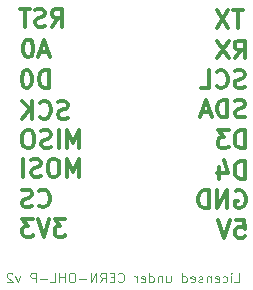
<source format=gbo>
G04 #@! TF.GenerationSoftware,KiCad,Pcbnew,(5.1.9)-1*
G04 #@! TF.CreationDate,2021-07-08T21:32:50+02:00*
G04 #@! TF.ProjectId,OpenThermMonitorTwomes,4f70656e-5468-4657-926d-4d6f6e69746f,rev?*
G04 #@! TF.SameCoordinates,Original*
G04 #@! TF.FileFunction,Legend,Bot*
G04 #@! TF.FilePolarity,Positive*
%FSLAX46Y46*%
G04 Gerber Fmt 4.6, Leading zero omitted, Abs format (unit mm)*
G04 Created by KiCad (PCBNEW (5.1.9)-1) date 2021-07-08 21:32:50*
%MOMM*%
%LPD*%
G01*
G04 APERTURE LIST*
%ADD10C,0.120000*%
%ADD11C,0.300000*%
%ADD12C,0.920000*%
%ADD13C,2.720000*%
%ADD14O,1.920000X1.920000*%
G04 APERTURE END LIST*
D10*
X147604571Y-108057904D02*
X147985523Y-108057904D01*
X147985523Y-107257904D01*
X147337904Y-108057904D02*
X147337904Y-107524571D01*
X147337904Y-107257904D02*
X147376000Y-107296000D01*
X147337904Y-107334095D01*
X147299809Y-107296000D01*
X147337904Y-107257904D01*
X147337904Y-107334095D01*
X146614095Y-108019809D02*
X146690285Y-108057904D01*
X146842666Y-108057904D01*
X146918857Y-108019809D01*
X146956952Y-107981714D01*
X146995047Y-107905523D01*
X146995047Y-107676952D01*
X146956952Y-107600761D01*
X146918857Y-107562666D01*
X146842666Y-107524571D01*
X146690285Y-107524571D01*
X146614095Y-107562666D01*
X145966476Y-108019809D02*
X146042666Y-108057904D01*
X146195047Y-108057904D01*
X146271238Y-108019809D01*
X146309333Y-107943619D01*
X146309333Y-107638857D01*
X146271238Y-107562666D01*
X146195047Y-107524571D01*
X146042666Y-107524571D01*
X145966476Y-107562666D01*
X145928380Y-107638857D01*
X145928380Y-107715047D01*
X146309333Y-107791238D01*
X145585523Y-107524571D02*
X145585523Y-108057904D01*
X145585523Y-107600761D02*
X145547428Y-107562666D01*
X145471238Y-107524571D01*
X145356952Y-107524571D01*
X145280761Y-107562666D01*
X145242666Y-107638857D01*
X145242666Y-108057904D01*
X144899809Y-108019809D02*
X144823619Y-108057904D01*
X144671238Y-108057904D01*
X144595047Y-108019809D01*
X144556952Y-107943619D01*
X144556952Y-107905523D01*
X144595047Y-107829333D01*
X144671238Y-107791238D01*
X144785523Y-107791238D01*
X144861714Y-107753142D01*
X144899809Y-107676952D01*
X144899809Y-107638857D01*
X144861714Y-107562666D01*
X144785523Y-107524571D01*
X144671238Y-107524571D01*
X144595047Y-107562666D01*
X143909333Y-108019809D02*
X143985523Y-108057904D01*
X144137904Y-108057904D01*
X144214095Y-108019809D01*
X144252190Y-107943619D01*
X144252190Y-107638857D01*
X144214095Y-107562666D01*
X144137904Y-107524571D01*
X143985523Y-107524571D01*
X143909333Y-107562666D01*
X143871238Y-107638857D01*
X143871238Y-107715047D01*
X144252190Y-107791238D01*
X143185523Y-108057904D02*
X143185523Y-107257904D01*
X143185523Y-108019809D02*
X143261714Y-108057904D01*
X143414095Y-108057904D01*
X143490285Y-108019809D01*
X143528380Y-107981714D01*
X143566476Y-107905523D01*
X143566476Y-107676952D01*
X143528380Y-107600761D01*
X143490285Y-107562666D01*
X143414095Y-107524571D01*
X143261714Y-107524571D01*
X143185523Y-107562666D01*
X141852190Y-107524571D02*
X141852190Y-108057904D01*
X142195047Y-107524571D02*
X142195047Y-107943619D01*
X142156952Y-108019809D01*
X142080761Y-108057904D01*
X141966476Y-108057904D01*
X141890285Y-108019809D01*
X141852190Y-107981714D01*
X141471238Y-107524571D02*
X141471238Y-108057904D01*
X141471238Y-107600761D02*
X141433142Y-107562666D01*
X141356952Y-107524571D01*
X141242666Y-107524571D01*
X141166476Y-107562666D01*
X141128380Y-107638857D01*
X141128380Y-108057904D01*
X140404571Y-108057904D02*
X140404571Y-107257904D01*
X140404571Y-108019809D02*
X140480761Y-108057904D01*
X140633142Y-108057904D01*
X140709333Y-108019809D01*
X140747428Y-107981714D01*
X140785523Y-107905523D01*
X140785523Y-107676952D01*
X140747428Y-107600761D01*
X140709333Y-107562666D01*
X140633142Y-107524571D01*
X140480761Y-107524571D01*
X140404571Y-107562666D01*
X139718857Y-108019809D02*
X139795047Y-108057904D01*
X139947428Y-108057904D01*
X140023619Y-108019809D01*
X140061714Y-107943619D01*
X140061714Y-107638857D01*
X140023619Y-107562666D01*
X139947428Y-107524571D01*
X139795047Y-107524571D01*
X139718857Y-107562666D01*
X139680761Y-107638857D01*
X139680761Y-107715047D01*
X140061714Y-107791238D01*
X139337904Y-108057904D02*
X139337904Y-107524571D01*
X139337904Y-107676952D02*
X139299809Y-107600761D01*
X139261714Y-107562666D01*
X139185523Y-107524571D01*
X139109333Y-107524571D01*
X137776000Y-107981714D02*
X137814095Y-108019809D01*
X137928380Y-108057904D01*
X138004571Y-108057904D01*
X138118857Y-108019809D01*
X138195047Y-107943619D01*
X138233142Y-107867428D01*
X138271238Y-107715047D01*
X138271238Y-107600761D01*
X138233142Y-107448380D01*
X138195047Y-107372190D01*
X138118857Y-107296000D01*
X138004571Y-107257904D01*
X137928380Y-107257904D01*
X137814095Y-107296000D01*
X137776000Y-107334095D01*
X137433142Y-107638857D02*
X137166476Y-107638857D01*
X137052190Y-108057904D02*
X137433142Y-108057904D01*
X137433142Y-107257904D01*
X137052190Y-107257904D01*
X136252190Y-108057904D02*
X136518857Y-107676952D01*
X136709333Y-108057904D02*
X136709333Y-107257904D01*
X136404571Y-107257904D01*
X136328380Y-107296000D01*
X136290285Y-107334095D01*
X136252190Y-107410285D01*
X136252190Y-107524571D01*
X136290285Y-107600761D01*
X136328380Y-107638857D01*
X136404571Y-107676952D01*
X136709333Y-107676952D01*
X135909333Y-108057904D02*
X135909333Y-107257904D01*
X135452190Y-108057904D01*
X135452190Y-107257904D01*
X135071238Y-107753142D02*
X134461714Y-107753142D01*
X133928380Y-107257904D02*
X133776000Y-107257904D01*
X133699809Y-107296000D01*
X133623619Y-107372190D01*
X133585523Y-107524571D01*
X133585523Y-107791238D01*
X133623619Y-107943619D01*
X133699809Y-108019809D01*
X133776000Y-108057904D01*
X133928380Y-108057904D01*
X134004571Y-108019809D01*
X134080761Y-107943619D01*
X134118857Y-107791238D01*
X134118857Y-107524571D01*
X134080761Y-107372190D01*
X134004571Y-107296000D01*
X133928380Y-107257904D01*
X133242666Y-108057904D02*
X133242666Y-107257904D01*
X133242666Y-107638857D02*
X132785523Y-107638857D01*
X132785523Y-108057904D02*
X132785523Y-107257904D01*
X132023619Y-108057904D02*
X132404571Y-108057904D01*
X132404571Y-107257904D01*
X131756952Y-107753142D02*
X131147428Y-107753142D01*
X130766476Y-108057904D02*
X130766476Y-107257904D01*
X130461714Y-107257904D01*
X130385523Y-107296000D01*
X130347428Y-107334095D01*
X130309333Y-107410285D01*
X130309333Y-107524571D01*
X130347428Y-107600761D01*
X130385523Y-107638857D01*
X130461714Y-107676952D01*
X130766476Y-107676952D01*
X129433142Y-107524571D02*
X129242666Y-108057904D01*
X129052190Y-107524571D01*
X128785523Y-107334095D02*
X128747428Y-107296000D01*
X128671238Y-107257904D01*
X128480761Y-107257904D01*
X128404571Y-107296000D01*
X128366476Y-107334095D01*
X128328380Y-107410285D01*
X128328380Y-107486476D01*
X128366476Y-107600761D01*
X128823619Y-108057904D01*
X128328380Y-108057904D01*
D11*
X133302142Y-102697571D02*
X132373571Y-102697571D01*
X132873571Y-103269000D01*
X132659285Y-103269000D01*
X132516428Y-103340428D01*
X132445000Y-103411857D01*
X132373571Y-103554714D01*
X132373571Y-103911857D01*
X132445000Y-104054714D01*
X132516428Y-104126142D01*
X132659285Y-104197571D01*
X133087857Y-104197571D01*
X133230714Y-104126142D01*
X133302142Y-104054714D01*
X131945000Y-102697571D02*
X131445000Y-104197571D01*
X130945000Y-102697571D01*
X130587857Y-102697571D02*
X129659285Y-102697571D01*
X130159285Y-103269000D01*
X129945000Y-103269000D01*
X129802142Y-103340428D01*
X129730714Y-103411857D01*
X129659285Y-103554714D01*
X129659285Y-103911857D01*
X129730714Y-104054714D01*
X129802142Y-104126142D01*
X129945000Y-104197571D01*
X130373571Y-104197571D01*
X130516428Y-104126142D01*
X130587857Y-104054714D01*
X131032000Y-101554714D02*
X131103428Y-101626142D01*
X131317714Y-101697571D01*
X131460571Y-101697571D01*
X131674857Y-101626142D01*
X131817714Y-101483285D01*
X131889142Y-101340428D01*
X131960571Y-101054714D01*
X131960571Y-100840428D01*
X131889142Y-100554714D01*
X131817714Y-100411857D01*
X131674857Y-100269000D01*
X131460571Y-100197571D01*
X131317714Y-100197571D01*
X131103428Y-100269000D01*
X131032000Y-100340428D01*
X130460571Y-101626142D02*
X130246285Y-101697571D01*
X129889142Y-101697571D01*
X129746285Y-101626142D01*
X129674857Y-101554714D01*
X129603428Y-101411857D01*
X129603428Y-101269000D01*
X129674857Y-101126142D01*
X129746285Y-101054714D01*
X129889142Y-100983285D01*
X130174857Y-100911857D01*
X130317714Y-100840428D01*
X130389142Y-100769000D01*
X130460571Y-100626142D01*
X130460571Y-100483285D01*
X130389142Y-100340428D01*
X130317714Y-100269000D01*
X130174857Y-100197571D01*
X129817714Y-100197571D01*
X129603428Y-100269000D01*
X134437142Y-99103571D02*
X134437142Y-97603571D01*
X133937142Y-98675000D01*
X133437142Y-97603571D01*
X133437142Y-99103571D01*
X132437142Y-97603571D02*
X132151428Y-97603571D01*
X132008571Y-97675000D01*
X131865714Y-97817857D01*
X131794285Y-98103571D01*
X131794285Y-98603571D01*
X131865714Y-98889285D01*
X132008571Y-99032142D01*
X132151428Y-99103571D01*
X132437142Y-99103571D01*
X132580000Y-99032142D01*
X132722857Y-98889285D01*
X132794285Y-98603571D01*
X132794285Y-98103571D01*
X132722857Y-97817857D01*
X132580000Y-97675000D01*
X132437142Y-97603571D01*
X131222857Y-99032142D02*
X131008571Y-99103571D01*
X130651428Y-99103571D01*
X130508571Y-99032142D01*
X130437142Y-98960714D01*
X130365714Y-98817857D01*
X130365714Y-98675000D01*
X130437142Y-98532142D01*
X130508571Y-98460714D01*
X130651428Y-98389285D01*
X130937142Y-98317857D01*
X131080000Y-98246428D01*
X131151428Y-98175000D01*
X131222857Y-98032142D01*
X131222857Y-97889285D01*
X131151428Y-97746428D01*
X131080000Y-97675000D01*
X130937142Y-97603571D01*
X130580000Y-97603571D01*
X130365714Y-97675000D01*
X129722857Y-99103571D02*
X129722857Y-97603571D01*
X134437142Y-96690571D02*
X134437142Y-95190571D01*
X133937142Y-96262000D01*
X133437142Y-95190571D01*
X133437142Y-96690571D01*
X132722857Y-96690571D02*
X132722857Y-95190571D01*
X132080000Y-96619142D02*
X131865714Y-96690571D01*
X131508571Y-96690571D01*
X131365714Y-96619142D01*
X131294285Y-96547714D01*
X131222857Y-96404857D01*
X131222857Y-96262000D01*
X131294285Y-96119142D01*
X131365714Y-96047714D01*
X131508571Y-95976285D01*
X131794285Y-95904857D01*
X131937142Y-95833428D01*
X132008571Y-95762000D01*
X132080000Y-95619142D01*
X132080000Y-95476285D01*
X132008571Y-95333428D01*
X131937142Y-95262000D01*
X131794285Y-95190571D01*
X131437142Y-95190571D01*
X131222857Y-95262000D01*
X130294285Y-95190571D02*
X130008571Y-95190571D01*
X129865714Y-95262000D01*
X129722857Y-95404857D01*
X129651428Y-95690571D01*
X129651428Y-96190571D01*
X129722857Y-96476285D01*
X129865714Y-96619142D01*
X130008571Y-96690571D01*
X130294285Y-96690571D01*
X130437142Y-96619142D01*
X130580000Y-96476285D01*
X130651428Y-96190571D01*
X130651428Y-95690571D01*
X130580000Y-95404857D01*
X130437142Y-95262000D01*
X130294285Y-95190571D01*
X133500571Y-94126142D02*
X133286285Y-94197571D01*
X132929142Y-94197571D01*
X132786285Y-94126142D01*
X132714857Y-94054714D01*
X132643428Y-93911857D01*
X132643428Y-93769000D01*
X132714857Y-93626142D01*
X132786285Y-93554714D01*
X132929142Y-93483285D01*
X133214857Y-93411857D01*
X133357714Y-93340428D01*
X133429142Y-93269000D01*
X133500571Y-93126142D01*
X133500571Y-92983285D01*
X133429142Y-92840428D01*
X133357714Y-92769000D01*
X133214857Y-92697571D01*
X132857714Y-92697571D01*
X132643428Y-92769000D01*
X131143428Y-94054714D02*
X131214857Y-94126142D01*
X131429142Y-94197571D01*
X131572000Y-94197571D01*
X131786285Y-94126142D01*
X131929142Y-93983285D01*
X132000571Y-93840428D01*
X132072000Y-93554714D01*
X132072000Y-93340428D01*
X132000571Y-93054714D01*
X131929142Y-92911857D01*
X131786285Y-92769000D01*
X131572000Y-92697571D01*
X131429142Y-92697571D01*
X131214857Y-92769000D01*
X131143428Y-92840428D01*
X130500571Y-94197571D02*
X130500571Y-92697571D01*
X129643428Y-94197571D02*
X130286285Y-93340428D01*
X129643428Y-92697571D02*
X130500571Y-93554714D01*
X131889142Y-91597571D02*
X131889142Y-90097571D01*
X131532000Y-90097571D01*
X131317714Y-90169000D01*
X131174857Y-90311857D01*
X131103428Y-90454714D01*
X131032000Y-90740428D01*
X131032000Y-90954714D01*
X131103428Y-91240428D01*
X131174857Y-91383285D01*
X131317714Y-91526142D01*
X131532000Y-91597571D01*
X131889142Y-91597571D01*
X130103428Y-90097571D02*
X129960571Y-90097571D01*
X129817714Y-90169000D01*
X129746285Y-90240428D01*
X129674857Y-90383285D01*
X129603428Y-90669000D01*
X129603428Y-91026142D01*
X129674857Y-91311857D01*
X129746285Y-91454714D01*
X129817714Y-91526142D01*
X129960571Y-91597571D01*
X130103428Y-91597571D01*
X130246285Y-91526142D01*
X130317714Y-91454714D01*
X130389142Y-91311857D01*
X130460571Y-91026142D01*
X130460571Y-90669000D01*
X130389142Y-90383285D01*
X130317714Y-90240428D01*
X130246285Y-90169000D01*
X130103428Y-90097571D01*
X131853428Y-88569000D02*
X131139142Y-88569000D01*
X131996285Y-88997571D02*
X131496285Y-87497571D01*
X130996285Y-88997571D01*
X130210571Y-87497571D02*
X130067714Y-87497571D01*
X129924857Y-87569000D01*
X129853428Y-87640428D01*
X129782000Y-87783285D01*
X129710571Y-88069000D01*
X129710571Y-88426142D01*
X129782000Y-88711857D01*
X129853428Y-88854714D01*
X129924857Y-88926142D01*
X130067714Y-88997571D01*
X130210571Y-88997571D01*
X130353428Y-88926142D01*
X130424857Y-88854714D01*
X130496285Y-88711857D01*
X130567714Y-88426142D01*
X130567714Y-88069000D01*
X130496285Y-87783285D01*
X130424857Y-87640428D01*
X130353428Y-87569000D01*
X130210571Y-87497571D01*
X132139428Y-86397571D02*
X132639428Y-85683285D01*
X132996571Y-86397571D02*
X132996571Y-84897571D01*
X132425142Y-84897571D01*
X132282285Y-84969000D01*
X132210857Y-85040428D01*
X132139428Y-85183285D01*
X132139428Y-85397571D01*
X132210857Y-85540428D01*
X132282285Y-85611857D01*
X132425142Y-85683285D01*
X132996571Y-85683285D01*
X131568000Y-86326142D02*
X131353714Y-86397571D01*
X130996571Y-86397571D01*
X130853714Y-86326142D01*
X130782285Y-86254714D01*
X130710857Y-86111857D01*
X130710857Y-85969000D01*
X130782285Y-85826142D01*
X130853714Y-85754714D01*
X130996571Y-85683285D01*
X131282285Y-85611857D01*
X131425142Y-85540428D01*
X131496571Y-85469000D01*
X131568000Y-85326142D01*
X131568000Y-85183285D01*
X131496571Y-85040428D01*
X131425142Y-84969000D01*
X131282285Y-84897571D01*
X130925142Y-84897571D01*
X130710857Y-84969000D01*
X130282285Y-84897571D02*
X129425142Y-84897571D01*
X129853714Y-86397571D02*
X129853714Y-84897571D01*
X147732714Y-102797571D02*
X148447000Y-102797571D01*
X148518428Y-103511857D01*
X148447000Y-103440428D01*
X148304142Y-103369000D01*
X147947000Y-103369000D01*
X147804142Y-103440428D01*
X147732714Y-103511857D01*
X147661285Y-103654714D01*
X147661285Y-104011857D01*
X147732714Y-104154714D01*
X147804142Y-104226142D01*
X147947000Y-104297571D01*
X148304142Y-104297571D01*
X148447000Y-104226142D01*
X148518428Y-104154714D01*
X147232714Y-102797571D02*
X146732714Y-104297571D01*
X146232714Y-102797571D01*
X147700857Y-100342000D02*
X147843714Y-100270571D01*
X148058000Y-100270571D01*
X148272285Y-100342000D01*
X148415142Y-100484857D01*
X148486571Y-100627714D01*
X148558000Y-100913428D01*
X148558000Y-101127714D01*
X148486571Y-101413428D01*
X148415142Y-101556285D01*
X148272285Y-101699142D01*
X148058000Y-101770571D01*
X147915142Y-101770571D01*
X147700857Y-101699142D01*
X147629428Y-101627714D01*
X147629428Y-101127714D01*
X147915142Y-101127714D01*
X146986571Y-101770571D02*
X146986571Y-100270571D01*
X146129428Y-101770571D01*
X146129428Y-100270571D01*
X145415142Y-101770571D02*
X145415142Y-100270571D01*
X145058000Y-100270571D01*
X144843714Y-100342000D01*
X144700857Y-100484857D01*
X144629428Y-100627714D01*
X144558000Y-100913428D01*
X144558000Y-101127714D01*
X144629428Y-101413428D01*
X144700857Y-101556285D01*
X144843714Y-101699142D01*
X145058000Y-101770571D01*
X145415142Y-101770571D01*
X148479142Y-99297571D02*
X148479142Y-97797571D01*
X148122000Y-97797571D01*
X147907714Y-97869000D01*
X147764857Y-98011857D01*
X147693428Y-98154714D01*
X147622000Y-98440428D01*
X147622000Y-98654714D01*
X147693428Y-98940428D01*
X147764857Y-99083285D01*
X147907714Y-99226142D01*
X148122000Y-99297571D01*
X148479142Y-99297571D01*
X146336285Y-98297571D02*
X146336285Y-99297571D01*
X146693428Y-97726142D02*
X147050571Y-98797571D01*
X146122000Y-98797571D01*
X148479142Y-96697571D02*
X148479142Y-95197571D01*
X148122000Y-95197571D01*
X147907714Y-95269000D01*
X147764857Y-95411857D01*
X147693428Y-95554714D01*
X147622000Y-95840428D01*
X147622000Y-96054714D01*
X147693428Y-96340428D01*
X147764857Y-96483285D01*
X147907714Y-96626142D01*
X148122000Y-96697571D01*
X148479142Y-96697571D01*
X147122000Y-95197571D02*
X146193428Y-95197571D01*
X146693428Y-95769000D01*
X146479142Y-95769000D01*
X146336285Y-95840428D01*
X146264857Y-95911857D01*
X146193428Y-96054714D01*
X146193428Y-96411857D01*
X146264857Y-96554714D01*
X146336285Y-96626142D01*
X146479142Y-96697571D01*
X146907714Y-96697571D01*
X147050571Y-96626142D01*
X147122000Y-96554714D01*
X148506428Y-94026142D02*
X148292142Y-94097571D01*
X147935000Y-94097571D01*
X147792142Y-94026142D01*
X147720714Y-93954714D01*
X147649285Y-93811857D01*
X147649285Y-93669000D01*
X147720714Y-93526142D01*
X147792142Y-93454714D01*
X147935000Y-93383285D01*
X148220714Y-93311857D01*
X148363571Y-93240428D01*
X148435000Y-93169000D01*
X148506428Y-93026142D01*
X148506428Y-92883285D01*
X148435000Y-92740428D01*
X148363571Y-92669000D01*
X148220714Y-92597571D01*
X147863571Y-92597571D01*
X147649285Y-92669000D01*
X147006428Y-94097571D02*
X147006428Y-92597571D01*
X146649285Y-92597571D01*
X146435000Y-92669000D01*
X146292142Y-92811857D01*
X146220714Y-92954714D01*
X146149285Y-93240428D01*
X146149285Y-93454714D01*
X146220714Y-93740428D01*
X146292142Y-93883285D01*
X146435000Y-94026142D01*
X146649285Y-94097571D01*
X147006428Y-94097571D01*
X145577857Y-93669000D02*
X144863571Y-93669000D01*
X145720714Y-94097571D02*
X145220714Y-92597571D01*
X144720714Y-94097571D01*
X148470714Y-91539142D02*
X148256428Y-91610571D01*
X147899285Y-91610571D01*
X147756428Y-91539142D01*
X147685000Y-91467714D01*
X147613571Y-91324857D01*
X147613571Y-91182000D01*
X147685000Y-91039142D01*
X147756428Y-90967714D01*
X147899285Y-90896285D01*
X148185000Y-90824857D01*
X148327857Y-90753428D01*
X148399285Y-90682000D01*
X148470714Y-90539142D01*
X148470714Y-90396285D01*
X148399285Y-90253428D01*
X148327857Y-90182000D01*
X148185000Y-90110571D01*
X147827857Y-90110571D01*
X147613571Y-90182000D01*
X146113571Y-91467714D02*
X146185000Y-91539142D01*
X146399285Y-91610571D01*
X146542142Y-91610571D01*
X146756428Y-91539142D01*
X146899285Y-91396285D01*
X146970714Y-91253428D01*
X147042142Y-90967714D01*
X147042142Y-90753428D01*
X146970714Y-90467714D01*
X146899285Y-90324857D01*
X146756428Y-90182000D01*
X146542142Y-90110571D01*
X146399285Y-90110571D01*
X146185000Y-90182000D01*
X146113571Y-90253428D01*
X144756428Y-91610571D02*
X145470714Y-91610571D01*
X145470714Y-90110571D01*
X147622000Y-89097571D02*
X148122000Y-88383285D01*
X148479142Y-89097571D02*
X148479142Y-87597571D01*
X147907714Y-87597571D01*
X147764857Y-87669000D01*
X147693428Y-87740428D01*
X147622000Y-87883285D01*
X147622000Y-88097571D01*
X147693428Y-88240428D01*
X147764857Y-88311857D01*
X147907714Y-88383285D01*
X148479142Y-88383285D01*
X147122000Y-87597571D02*
X146122000Y-89097571D01*
X146122000Y-87597571D02*
X147122000Y-89097571D01*
X148314857Y-84997571D02*
X147457714Y-84997571D01*
X147886285Y-86497571D02*
X147886285Y-84997571D01*
X147100571Y-84997571D02*
X146100571Y-86497571D01*
X146100571Y-84997571D02*
X147100571Y-86497571D01*
%LPC*%
D12*
X150992000Y-109728000D03*
X152792000Y-109728000D03*
G36*
G01*
X140372000Y-114076000D02*
X140372000Y-111476000D01*
G75*
G02*
X140432000Y-111416000I60000J0D01*
G01*
X143032000Y-111416000D01*
G75*
G02*
X143092000Y-111476000I0J-60000D01*
G01*
X143092000Y-114076000D01*
G75*
G02*
X143032000Y-114136000I-60000J0D01*
G01*
X140432000Y-114136000D01*
G75*
G02*
X140372000Y-114076000I0J60000D01*
G01*
G37*
D13*
X146732000Y-112776000D03*
X134540000Y-112776000D03*
G36*
G01*
X128180000Y-114076000D02*
X128180000Y-111476000D01*
G75*
G02*
X128240000Y-111416000I60000J0D01*
G01*
X130840000Y-111416000D01*
G75*
G02*
X130900000Y-111476000I0J-60000D01*
G01*
X130900000Y-114076000D01*
G75*
G02*
X130840000Y-114136000I-60000J0D01*
G01*
X128240000Y-114136000D01*
G75*
G02*
X128180000Y-114076000I0J60000D01*
G01*
G37*
G36*
G01*
X128450000Y-102669000D02*
X128450000Y-104469000D01*
G75*
G02*
X128390000Y-104529000I-60000J0D01*
G01*
X126590000Y-104529000D01*
G75*
G02*
X126530000Y-104469000I0J60000D01*
G01*
X126530000Y-102669000D01*
G75*
G02*
X126590000Y-102609000I60000J0D01*
G01*
X128390000Y-102609000D01*
G75*
G02*
X128450000Y-102669000I0J-60000D01*
G01*
G37*
D14*
X127490000Y-101029000D03*
X127490000Y-98489000D03*
X127490000Y-95949000D03*
X127490000Y-93409000D03*
X127490000Y-90869000D03*
X127490000Y-88329000D03*
X127490000Y-85789000D03*
G36*
G01*
X151310000Y-102669000D02*
X151310000Y-104469000D01*
G75*
G02*
X151250000Y-104529000I-60000J0D01*
G01*
X149450000Y-104529000D01*
G75*
G02*
X149390000Y-104469000I0J60000D01*
G01*
X149390000Y-102669000D01*
G75*
G02*
X149450000Y-102609000I60000J0D01*
G01*
X151250000Y-102609000D01*
G75*
G02*
X151310000Y-102669000I0J-60000D01*
G01*
G37*
X150350000Y-101029000D03*
X150350000Y-98489000D03*
X150350000Y-95949000D03*
X150350000Y-93409000D03*
X150350000Y-90869000D03*
X150350000Y-88329000D03*
X150350000Y-85789000D03*
M02*

</source>
